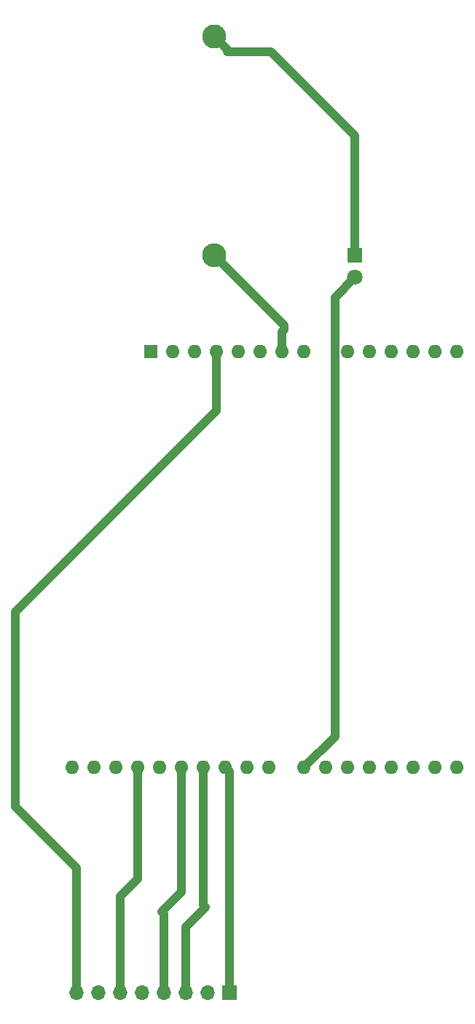
<source format=gbr>
%TF.GenerationSoftware,KiCad,Pcbnew,8.0.4*%
%TF.CreationDate,2025-01-03T11:27:22+01:00*%
%TF.ProjectId,miso_mosi,6d69736f-5f6d-46f7-9369-2e6b69636164,rev?*%
%TF.SameCoordinates,Original*%
%TF.FileFunction,Copper,L2,Bot*%
%TF.FilePolarity,Positive*%
%FSLAX46Y46*%
G04 Gerber Fmt 4.6, Leading zero omitted, Abs format (unit mm)*
G04 Created by KiCad (PCBNEW 8.0.4) date 2025-01-03 11:27:22*
%MOMM*%
%LPD*%
G01*
G04 APERTURE LIST*
%TA.AperFunction,ComponentPad*%
%ADD10R,1.800000X1.800000*%
%TD*%
%TA.AperFunction,ComponentPad*%
%ADD11C,1.800000*%
%TD*%
%TA.AperFunction,ComponentPad*%
%ADD12R,1.700000X1.700000*%
%TD*%
%TA.AperFunction,ComponentPad*%
%ADD13O,1.700000X1.700000*%
%TD*%
%TA.AperFunction,ComponentPad*%
%ADD14C,2.800000*%
%TD*%
%TA.AperFunction,ComponentPad*%
%ADD15O,2.800000X2.800000*%
%TD*%
%TA.AperFunction,ComponentPad*%
%ADD16R,1.600000X1.600000*%
%TD*%
%TA.AperFunction,ComponentPad*%
%ADD17O,1.600000X1.600000*%
%TD*%
%TA.AperFunction,Conductor*%
%ADD18C,1.000000*%
%TD*%
G04 APERTURE END LIST*
D10*
%TO.P,D1,1,K*%
%TO.N,Net-(D1-K)*%
X105319000Y-56662000D03*
D11*
%TO.P,D1,2,A*%
%TO.N,Net-(A1-D7)*%
X105319000Y-59202000D03*
%TD*%
D12*
%TO.P,RFID_RC522,1,Pin_1*%
%TO.N,SDA_SS*%
X90790000Y-142183000D03*
D13*
%TO.P,RFID_RC522,2,Pin_2*%
%TO.N,SCK*%
X88250000Y-142183000D03*
%TO.P,RFID_RC522,3,Pin_3*%
%TO.N,MOSI*%
X85710000Y-142183000D03*
%TO.P,RFID_RC522,4,Pin_4*%
%TO.N,MISO*%
X83170000Y-142183000D03*
%TO.P,RFID_RC522,5,Pin_5*%
%TO.N,unconnected-(RFID_RC522-Pin_5-Pad5)*%
X80630000Y-142183000D03*
%TO.P,RFID_RC522,6,Pin_6*%
%TO.N,/GND*%
X78090000Y-142183000D03*
%TO.P,RFID_RC522,7,Pin_7*%
%TO.N,RST*%
X75550000Y-142183000D03*
%TO.P,RFID_RC522,8,Pin_8*%
%TO.N,/3V3*%
X73010000Y-142183000D03*
%TD*%
D14*
%TO.P,R1,1*%
%TO.N,Net-(D1-K)*%
X89027000Y-31242000D03*
D15*
%TO.P,R1,2*%
%TO.N,Net-(A1-GND-Pad7)*%
X89027000Y-56642000D03*
%TD*%
D16*
%TO.P,A1,1,NC*%
%TO.N,unconnected-(A1-NC-Pad1)*%
X81661000Y-67818000D03*
D17*
%TO.P,A1,2,IOREF*%
%TO.N,unconnected-(A1-IOREF-Pad2)*%
X84201000Y-67818000D03*
%TO.P,A1,3,~{RESET}*%
%TO.N,unconnected-(A1-~{RESET}-Pad3)*%
X86741000Y-67818000D03*
%TO.P,A1,4,3V3*%
%TO.N,/3V3*%
X89281000Y-67818000D03*
%TO.P,A1,5,+5V*%
%TO.N,unconnected-(A1-+5V-Pad5)*%
X91821000Y-67818000D03*
%TO.P,A1,6,GND*%
%TO.N,unconnected-(A1-GND-Pad6)*%
X94361000Y-67818000D03*
%TO.P,A1,7,GND*%
%TO.N,Net-(A1-GND-Pad7)*%
X96901000Y-67818000D03*
%TO.P,A1,8,VIN*%
%TO.N,unconnected-(A1-VIN-Pad8)*%
X99441000Y-67818000D03*
%TO.P,A1,9,A0*%
%TO.N,unconnected-(A1-A0-Pad9)*%
X104521000Y-67818000D03*
%TO.P,A1,10,A1*%
%TO.N,unconnected-(A1-A1-Pad10)*%
X107061000Y-67818000D03*
%TO.P,A1,11,A2*%
%TO.N,unconnected-(A1-A2-Pad11)*%
X109601000Y-67818000D03*
%TO.P,A1,12,A3*%
%TO.N,unconnected-(A1-A3-Pad12)*%
X112141000Y-67818000D03*
%TO.P,A1,13,SDA/A4*%
%TO.N,unconnected-(A1-SDA{slash}A4-Pad13)*%
X114681000Y-67818000D03*
%TO.P,A1,14,SCL/A5*%
%TO.N,unconnected-(A1-SCL{slash}A5-Pad14)*%
X117221000Y-67818000D03*
%TO.P,A1,15,D0/RX*%
%TO.N,unconnected-(A1-D0{slash}RX-Pad15)*%
X117221000Y-116078000D03*
%TO.P,A1,16,D1/TX*%
%TO.N,unconnected-(A1-D1{slash}TX-Pad16)*%
X114681000Y-116078000D03*
%TO.P,A1,17,D2*%
%TO.N,unconnected-(A1-D2-Pad17)*%
X112141000Y-116078000D03*
%TO.P,A1,18,D3*%
%TO.N,unconnected-(A1-D3-Pad18)*%
X109601000Y-116078000D03*
%TO.P,A1,19,D4*%
%TO.N,unconnected-(A1-D4-Pad19)*%
X107061000Y-116078000D03*
%TO.P,A1,20,D5*%
%TO.N,unconnected-(A1-D5-Pad20)*%
X104521000Y-116078000D03*
%TO.P,A1,21,D6*%
%TO.N,unconnected-(A1-D6-Pad21)*%
X101981000Y-116078000D03*
%TO.P,A1,22,D7*%
%TO.N,Net-(A1-D7)*%
X99441000Y-116078000D03*
%TO.P,A1,23,D8*%
%TO.N,unconnected-(A1-D8-Pad23)*%
X95381000Y-116078000D03*
%TO.P,A1,24,D9*%
%TO.N,RST*%
X92841000Y-116078000D03*
%TO.P,A1,25,D10*%
%TO.N,SDA_SS*%
X90301000Y-116078000D03*
%TO.P,A1,26,D11*%
%TO.N,MOSI*%
X87761000Y-116078000D03*
%TO.P,A1,27,D12*%
%TO.N,MISO*%
X85221000Y-116078000D03*
%TO.P,A1,28,D13*%
%TO.N,SCK*%
X82681000Y-116078000D03*
%TO.P,A1,29,GND*%
%TO.N,/GND*%
X80141000Y-116078000D03*
%TO.P,A1,30,AREF*%
%TO.N,unconnected-(A1-AREF-Pad30)*%
X77601000Y-116078000D03*
%TO.P,A1,31,SDA/A4*%
%TO.N,unconnected-(A1-SDA{slash}A4-Pad31)*%
X75061000Y-116078000D03*
%TO.P,A1,32,SCL/A5*%
%TO.N,unconnected-(A1-SCL{slash}A5-Pad32)*%
X72521000Y-116078000D03*
%TD*%
D18*
%TO.N,MOSI*%
X88011000Y-132334000D02*
X87761000Y-132084000D01*
X85710000Y-134635000D02*
X88011000Y-132334000D01*
X85710000Y-142183000D02*
X85710000Y-134635000D01*
X87761000Y-132084000D02*
X87761000Y-116078000D01*
%TO.N,MISO*%
X85221000Y-130552000D02*
X85221000Y-116078000D01*
X82931000Y-132842000D02*
X85221000Y-130552000D01*
X83170000Y-133081000D02*
X82931000Y-132842000D01*
X83170000Y-142183000D02*
X83170000Y-133081000D01*
%TO.N,SDA_SS*%
X90790000Y-116567000D02*
X90301000Y-116078000D01*
X90790000Y-142183000D02*
X90790000Y-116567000D01*
%TO.N,/3V3*%
X65913000Y-98044000D02*
X89281000Y-74676000D01*
X89281000Y-74676000D02*
X89281000Y-67818000D01*
X65913000Y-120650000D02*
X65913000Y-98044000D01*
X73010000Y-127747000D02*
X65913000Y-120650000D01*
X73010000Y-142183000D02*
X73010000Y-127747000D01*
%TO.N,/GND*%
X80141000Y-129028000D02*
X80141000Y-116078000D01*
X78090000Y-131079000D02*
X80141000Y-129028000D01*
X78090000Y-142183000D02*
X78090000Y-131079000D01*
%TO.N,Net-(A1-GND-Pad7)*%
X96901000Y-65532000D02*
X96901000Y-67818000D01*
X97155000Y-65278000D02*
X96901000Y-65532000D01*
X97155000Y-64770000D02*
X97155000Y-65278000D01*
X89027000Y-56642000D02*
X97155000Y-64770000D01*
%TO.N,Net-(D1-K)*%
X90551000Y-33020000D02*
X90551000Y-32766000D01*
X95631000Y-33020000D02*
X90551000Y-33020000D01*
X105319000Y-42708000D02*
X95631000Y-33020000D01*
X90551000Y-32766000D02*
X89027000Y-31242000D01*
X105319000Y-56662000D02*
X105319000Y-42708000D01*
%TO.N,Net-(A1-D7)*%
X103021000Y-112498000D02*
X99441000Y-116078000D01*
X103021000Y-61500000D02*
X103021000Y-112498000D01*
X105319000Y-59202000D02*
X103021000Y-61500000D01*
%TD*%
M02*

</source>
